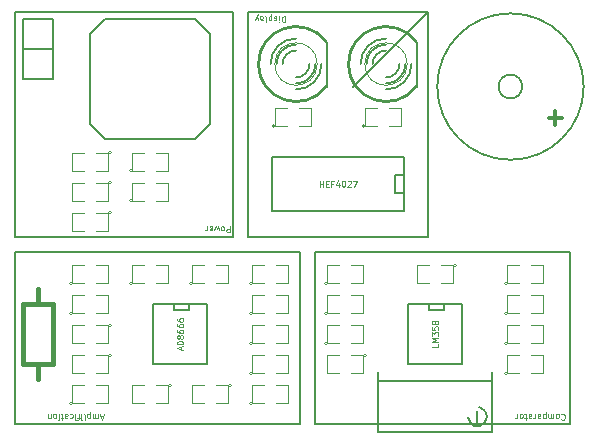
<source format=gto>
%FSLAX46Y46*%
G04 Gerber Fmt 4.6, Leading zero omitted, Abs format (unit mm)*
G04 Created by KiCad (PCBNEW (2014-09-22 BZR 5144)-product) date Sun 26 Oct 2014 02:54:13 PM CET*
%MOMM*%
G01*
G04 APERTURE LIST*
%ADD10C,0.100000*%
%ADD11C,0.200000*%
%ADD12C,0.150000*%
%ADD13C,0.099060*%
%ADD14C,0.381000*%
%ADD15C,0.203200*%
%ADD16C,0.076200*%
%ADD17C,0.254000*%
%ADD18C,0.152400*%
%ADD19C,0.127000*%
%ADD20C,0.304800*%
%ADD21C,0.101600*%
G04 APERTURE END LIST*
D10*
D11*
X175895000Y-54610000D02*
X175895000Y-73660000D01*
X191135000Y-54610000D02*
X184785000Y-60960000D01*
X191135000Y-73660000D02*
X191135000Y-54610000D01*
D10*
X174343095Y-72798810D02*
X174343095Y-73298810D01*
X174152619Y-73298810D01*
X174105000Y-73275000D01*
X174081191Y-73251190D01*
X174057381Y-73203571D01*
X174057381Y-73132143D01*
X174081191Y-73084524D01*
X174105000Y-73060714D01*
X174152619Y-73036905D01*
X174343095Y-73036905D01*
X173771667Y-72798810D02*
X173819286Y-72822619D01*
X173843095Y-72846429D01*
X173866905Y-72894048D01*
X173866905Y-73036905D01*
X173843095Y-73084524D01*
X173819286Y-73108333D01*
X173771667Y-73132143D01*
X173700238Y-73132143D01*
X173652619Y-73108333D01*
X173628810Y-73084524D01*
X173605000Y-73036905D01*
X173605000Y-72894048D01*
X173628810Y-72846429D01*
X173652619Y-72822619D01*
X173700238Y-72798810D01*
X173771667Y-72798810D01*
X173438333Y-73132143D02*
X173343095Y-72798810D01*
X173247857Y-73036905D01*
X173152619Y-72798810D01*
X173057381Y-73132143D01*
X172676428Y-72822619D02*
X172724047Y-72798810D01*
X172819285Y-72798810D01*
X172866904Y-72822619D01*
X172890714Y-72870238D01*
X172890714Y-73060714D01*
X172866904Y-73108333D01*
X172819285Y-73132143D01*
X172724047Y-73132143D01*
X172676428Y-73108333D01*
X172652619Y-73060714D01*
X172652619Y-73013095D01*
X172890714Y-72965476D01*
X172438333Y-72798810D02*
X172438333Y-73132143D01*
X172438333Y-73036905D02*
X172414524Y-73084524D01*
X172390714Y-73108333D01*
X172343095Y-73132143D01*
X172295476Y-73132143D01*
X179026190Y-55018810D02*
X179026190Y-55518810D01*
X178907143Y-55518810D01*
X178835714Y-55495000D01*
X178788095Y-55447381D01*
X178764286Y-55399762D01*
X178740476Y-55304524D01*
X178740476Y-55233095D01*
X178764286Y-55137857D01*
X178788095Y-55090238D01*
X178835714Y-55042619D01*
X178907143Y-55018810D01*
X179026190Y-55018810D01*
X178526190Y-55018810D02*
X178526190Y-55352143D01*
X178526190Y-55518810D02*
X178550000Y-55495000D01*
X178526190Y-55471190D01*
X178502381Y-55495000D01*
X178526190Y-55518810D01*
X178526190Y-55471190D01*
X178311905Y-55042619D02*
X178264286Y-55018810D01*
X178169048Y-55018810D01*
X178121429Y-55042619D01*
X178097619Y-55090238D01*
X178097619Y-55114048D01*
X178121429Y-55161667D01*
X178169048Y-55185476D01*
X178240476Y-55185476D01*
X178288095Y-55209286D01*
X178311905Y-55256905D01*
X178311905Y-55280714D01*
X178288095Y-55328333D01*
X178240476Y-55352143D01*
X178169048Y-55352143D01*
X178121429Y-55328333D01*
X177883333Y-55352143D02*
X177883333Y-54852143D01*
X177883333Y-55328333D02*
X177835714Y-55352143D01*
X177740476Y-55352143D01*
X177692857Y-55328333D01*
X177669048Y-55304524D01*
X177645238Y-55256905D01*
X177645238Y-55114048D01*
X177669048Y-55066429D01*
X177692857Y-55042619D01*
X177740476Y-55018810D01*
X177835714Y-55018810D01*
X177883333Y-55042619D01*
X177359524Y-55018810D02*
X177407143Y-55042619D01*
X177430952Y-55090238D01*
X177430952Y-55518810D01*
X176954762Y-55018810D02*
X176954762Y-55280714D01*
X176978571Y-55328333D01*
X177026190Y-55352143D01*
X177121428Y-55352143D01*
X177169047Y-55328333D01*
X176954762Y-55042619D02*
X177002381Y-55018810D01*
X177121428Y-55018810D01*
X177169047Y-55042619D01*
X177192857Y-55090238D01*
X177192857Y-55137857D01*
X177169047Y-55185476D01*
X177121428Y-55209286D01*
X177002381Y-55209286D01*
X176954762Y-55233095D01*
X176764285Y-55352143D02*
X176645238Y-55018810D01*
X176526190Y-55352143D02*
X176645238Y-55018810D01*
X176692857Y-54899762D01*
X176716666Y-54875952D01*
X176764285Y-54852143D01*
X202421905Y-88721429D02*
X202445715Y-88697619D01*
X202517143Y-88673810D01*
X202564762Y-88673810D01*
X202636191Y-88697619D01*
X202683810Y-88745238D01*
X202707619Y-88792857D01*
X202731429Y-88888095D01*
X202731429Y-88959524D01*
X202707619Y-89054762D01*
X202683810Y-89102381D01*
X202636191Y-89150000D01*
X202564762Y-89173810D01*
X202517143Y-89173810D01*
X202445715Y-89150000D01*
X202421905Y-89126190D01*
X202136191Y-88673810D02*
X202183810Y-88697619D01*
X202207619Y-88721429D01*
X202231429Y-88769048D01*
X202231429Y-88911905D01*
X202207619Y-88959524D01*
X202183810Y-88983333D01*
X202136191Y-89007143D01*
X202064762Y-89007143D01*
X202017143Y-88983333D01*
X201993334Y-88959524D01*
X201969524Y-88911905D01*
X201969524Y-88769048D01*
X201993334Y-88721429D01*
X202017143Y-88697619D01*
X202064762Y-88673810D01*
X202136191Y-88673810D01*
X201755238Y-88673810D02*
X201755238Y-89007143D01*
X201755238Y-88959524D02*
X201731429Y-88983333D01*
X201683810Y-89007143D01*
X201612381Y-89007143D01*
X201564762Y-88983333D01*
X201540953Y-88935714D01*
X201540953Y-88673810D01*
X201540953Y-88935714D02*
X201517143Y-88983333D01*
X201469524Y-89007143D01*
X201398096Y-89007143D01*
X201350476Y-88983333D01*
X201326667Y-88935714D01*
X201326667Y-88673810D01*
X201088571Y-89007143D02*
X201088571Y-88507143D01*
X201088571Y-88983333D02*
X201040952Y-89007143D01*
X200945714Y-89007143D01*
X200898095Y-88983333D01*
X200874286Y-88959524D01*
X200850476Y-88911905D01*
X200850476Y-88769048D01*
X200874286Y-88721429D01*
X200898095Y-88697619D01*
X200945714Y-88673810D01*
X201040952Y-88673810D01*
X201088571Y-88697619D01*
X200421905Y-88673810D02*
X200421905Y-88935714D01*
X200445714Y-88983333D01*
X200493333Y-89007143D01*
X200588571Y-89007143D01*
X200636190Y-88983333D01*
X200421905Y-88697619D02*
X200469524Y-88673810D01*
X200588571Y-88673810D01*
X200636190Y-88697619D01*
X200660000Y-88745238D01*
X200660000Y-88792857D01*
X200636190Y-88840476D01*
X200588571Y-88864286D01*
X200469524Y-88864286D01*
X200421905Y-88888095D01*
X200183809Y-88673810D02*
X200183809Y-89007143D01*
X200183809Y-88911905D02*
X200160000Y-88959524D01*
X200136190Y-88983333D01*
X200088571Y-89007143D01*
X200040952Y-89007143D01*
X199660000Y-88673810D02*
X199660000Y-88935714D01*
X199683809Y-88983333D01*
X199731428Y-89007143D01*
X199826666Y-89007143D01*
X199874285Y-88983333D01*
X199660000Y-88697619D02*
X199707619Y-88673810D01*
X199826666Y-88673810D01*
X199874285Y-88697619D01*
X199898095Y-88745238D01*
X199898095Y-88792857D01*
X199874285Y-88840476D01*
X199826666Y-88864286D01*
X199707619Y-88864286D01*
X199660000Y-88888095D01*
X199493333Y-89007143D02*
X199302857Y-89007143D01*
X199421904Y-89173810D02*
X199421904Y-88745238D01*
X199398095Y-88697619D01*
X199350476Y-88673810D01*
X199302857Y-88673810D01*
X199064762Y-88673810D02*
X199112381Y-88697619D01*
X199136190Y-88721429D01*
X199160000Y-88769048D01*
X199160000Y-88911905D01*
X199136190Y-88959524D01*
X199112381Y-88983333D01*
X199064762Y-89007143D01*
X198993333Y-89007143D01*
X198945714Y-88983333D01*
X198921905Y-88959524D01*
X198898095Y-88911905D01*
X198898095Y-88769048D01*
X198921905Y-88721429D01*
X198945714Y-88697619D01*
X198993333Y-88673810D01*
X199064762Y-88673810D01*
X198683809Y-88673810D02*
X198683809Y-89007143D01*
X198683809Y-88911905D02*
X198660000Y-88959524D01*
X198636190Y-88983333D01*
X198588571Y-89007143D01*
X198540952Y-89007143D01*
X163635237Y-88816667D02*
X163397142Y-88816667D01*
X163682856Y-88673810D02*
X163516189Y-89173810D01*
X163349523Y-88673810D01*
X163182856Y-88673810D02*
X163182856Y-89007143D01*
X163182856Y-88959524D02*
X163159047Y-88983333D01*
X163111428Y-89007143D01*
X163039999Y-89007143D01*
X162992380Y-88983333D01*
X162968571Y-88935714D01*
X162968571Y-88673810D01*
X162968571Y-88935714D02*
X162944761Y-88983333D01*
X162897142Y-89007143D01*
X162825714Y-89007143D01*
X162778094Y-88983333D01*
X162754285Y-88935714D01*
X162754285Y-88673810D01*
X162516189Y-89007143D02*
X162516189Y-88507143D01*
X162516189Y-88983333D02*
X162468570Y-89007143D01*
X162373332Y-89007143D01*
X162325713Y-88983333D01*
X162301904Y-88959524D01*
X162278094Y-88911905D01*
X162278094Y-88769048D01*
X162301904Y-88721429D01*
X162325713Y-88697619D01*
X162373332Y-88673810D01*
X162468570Y-88673810D01*
X162516189Y-88697619D01*
X161992380Y-88673810D02*
X162039999Y-88697619D01*
X162063808Y-88745238D01*
X162063808Y-89173810D01*
X161801903Y-88673810D02*
X161801903Y-89007143D01*
X161801903Y-89173810D02*
X161825713Y-89150000D01*
X161801903Y-89126190D01*
X161778094Y-89150000D01*
X161801903Y-89173810D01*
X161801903Y-89126190D01*
X161635237Y-89007143D02*
X161444761Y-89007143D01*
X161563808Y-88673810D02*
X161563808Y-89102381D01*
X161539999Y-89150000D01*
X161492380Y-89173810D01*
X161444761Y-89173810D01*
X161278094Y-88673810D02*
X161278094Y-89007143D01*
X161278094Y-89173810D02*
X161301904Y-89150000D01*
X161278094Y-89126190D01*
X161254285Y-89150000D01*
X161278094Y-89173810D01*
X161278094Y-89126190D01*
X160825714Y-88697619D02*
X160873333Y-88673810D01*
X160968571Y-88673810D01*
X161016190Y-88697619D01*
X161039999Y-88721429D01*
X161063809Y-88769048D01*
X161063809Y-88911905D01*
X161039999Y-88959524D01*
X161016190Y-88983333D01*
X160968571Y-89007143D01*
X160873333Y-89007143D01*
X160825714Y-88983333D01*
X160397143Y-88673810D02*
X160397143Y-88935714D01*
X160420952Y-88983333D01*
X160468571Y-89007143D01*
X160563809Y-89007143D01*
X160611428Y-88983333D01*
X160397143Y-88697619D02*
X160444762Y-88673810D01*
X160563809Y-88673810D01*
X160611428Y-88697619D01*
X160635238Y-88745238D01*
X160635238Y-88792857D01*
X160611428Y-88840476D01*
X160563809Y-88864286D01*
X160444762Y-88864286D01*
X160397143Y-88888095D01*
X160230476Y-89007143D02*
X160040000Y-89007143D01*
X160159047Y-89173810D02*
X160159047Y-88745238D01*
X160135238Y-88697619D01*
X160087619Y-88673810D01*
X160040000Y-88673810D01*
X159873333Y-88673810D02*
X159873333Y-89007143D01*
X159873333Y-89173810D02*
X159897143Y-89150000D01*
X159873333Y-89126190D01*
X159849524Y-89150000D01*
X159873333Y-89173810D01*
X159873333Y-89126190D01*
X159563810Y-88673810D02*
X159611429Y-88697619D01*
X159635238Y-88721429D01*
X159659048Y-88769048D01*
X159659048Y-88911905D01*
X159635238Y-88959524D01*
X159611429Y-88983333D01*
X159563810Y-89007143D01*
X159492381Y-89007143D01*
X159444762Y-88983333D01*
X159420953Y-88959524D01*
X159397143Y-88911905D01*
X159397143Y-88769048D01*
X159420953Y-88721429D01*
X159444762Y-88697619D01*
X159492381Y-88673810D01*
X159563810Y-88673810D01*
X159182857Y-89007143D02*
X159182857Y-88673810D01*
X159182857Y-88959524D02*
X159159048Y-88983333D01*
X159111429Y-89007143D01*
X159040000Y-89007143D01*
X158992381Y-88983333D01*
X158968572Y-88935714D01*
X158968572Y-88673810D01*
D11*
X203200000Y-74930000D02*
X181610000Y-74930000D01*
X203200000Y-89535000D02*
X203200000Y-74930000D01*
X181610000Y-89535000D02*
X203200000Y-89535000D01*
X181610000Y-74930000D02*
X181610000Y-89535000D01*
X180340000Y-89535000D02*
X180340000Y-74930000D01*
X156210000Y-89535000D02*
X180340000Y-89535000D01*
X156210000Y-74930000D02*
X156210000Y-89535000D01*
X180340000Y-74930000D02*
X156210000Y-74930000D01*
X191135000Y-54610000D02*
X175895000Y-54610000D01*
X175895000Y-73660000D02*
X191135000Y-73660000D01*
X174625000Y-54610000D02*
X156210000Y-54610000D01*
X174625000Y-73660000D02*
X174625000Y-54610000D01*
X156210000Y-73660000D02*
X174625000Y-73660000D01*
X156210000Y-54610000D02*
X156210000Y-73660000D01*
D12*
X156845000Y-57785000D02*
X159385000Y-57785000D01*
X156845000Y-60325000D02*
X159385000Y-60325000D01*
X159385000Y-60325000D02*
X159385000Y-57785000D01*
X159385000Y-57785000D02*
X159385000Y-55245000D01*
X159385000Y-55245000D02*
X156845000Y-55245000D01*
X156845000Y-55245000D02*
X156845000Y-60325000D01*
D13*
X164338000Y-71628000D02*
G75*
G03X164338000Y-71628000I-127000J0D01*
G74*
G01*
X163068000Y-71628000D02*
X164084000Y-71628000D01*
X164084000Y-71628000D02*
X164084000Y-73152000D01*
X164084000Y-73152000D02*
X163068000Y-73152000D01*
X162052000Y-73152000D02*
X161036000Y-73152000D01*
X161036000Y-73152000D02*
X161036000Y-71628000D01*
X161036000Y-71628000D02*
X162052000Y-71628000D01*
X164338000Y-69088000D02*
G75*
G03X164338000Y-69088000I-127000J0D01*
G74*
G01*
X163068000Y-69088000D02*
X164084000Y-69088000D01*
X164084000Y-69088000D02*
X164084000Y-70612000D01*
X164084000Y-70612000D02*
X163068000Y-70612000D01*
X162052000Y-70612000D02*
X161036000Y-70612000D01*
X161036000Y-70612000D02*
X161036000Y-69088000D01*
X161036000Y-69088000D02*
X162052000Y-69088000D01*
X197866000Y-77597000D02*
G75*
G03X197866000Y-77597000I-127000J0D01*
G74*
G01*
X198882000Y-77597000D02*
X197866000Y-77597000D01*
X197866000Y-77597000D02*
X197866000Y-76073000D01*
X197866000Y-76073000D02*
X198882000Y-76073000D01*
X199898000Y-76073000D02*
X200914000Y-76073000D01*
X200914000Y-76073000D02*
X200914000Y-77597000D01*
X200914000Y-77597000D02*
X199898000Y-77597000D01*
X166116000Y-70612000D02*
G75*
G03X166116000Y-70612000I-127000J0D01*
G74*
G01*
X167132000Y-70612000D02*
X166116000Y-70612000D01*
X166116000Y-70612000D02*
X166116000Y-69088000D01*
X166116000Y-69088000D02*
X167132000Y-69088000D01*
X168148000Y-69088000D02*
X169164000Y-69088000D01*
X169164000Y-69088000D02*
X169164000Y-70612000D01*
X169164000Y-70612000D02*
X168148000Y-70612000D01*
X166116000Y-68072000D02*
G75*
G03X166116000Y-68072000I-127000J0D01*
G74*
G01*
X167132000Y-68072000D02*
X166116000Y-68072000D01*
X166116000Y-68072000D02*
X166116000Y-66548000D01*
X166116000Y-66548000D02*
X167132000Y-66548000D01*
X168148000Y-66548000D02*
X169164000Y-66548000D01*
X169164000Y-66548000D02*
X169164000Y-68072000D01*
X169164000Y-68072000D02*
X168148000Y-68072000D01*
X197866000Y-82677000D02*
G75*
G03X197866000Y-82677000I-127000J0D01*
G74*
G01*
X198882000Y-82677000D02*
X197866000Y-82677000D01*
X197866000Y-82677000D02*
X197866000Y-81153000D01*
X197866000Y-81153000D02*
X198882000Y-81153000D01*
X199898000Y-81153000D02*
X200914000Y-81153000D01*
X200914000Y-81153000D02*
X200914000Y-82677000D01*
X200914000Y-82677000D02*
X199898000Y-82677000D01*
X164338000Y-83693000D02*
G75*
G03X164338000Y-83693000I-127000J0D01*
G74*
G01*
X163068000Y-83693000D02*
X164084000Y-83693000D01*
X164084000Y-83693000D02*
X164084000Y-85217000D01*
X164084000Y-85217000D02*
X163068000Y-85217000D01*
X162052000Y-85217000D02*
X161036000Y-85217000D01*
X161036000Y-85217000D02*
X161036000Y-83693000D01*
X161036000Y-83693000D02*
X162052000Y-83693000D01*
X164338000Y-81153000D02*
G75*
G03X164338000Y-81153000I-127000J0D01*
G74*
G01*
X163068000Y-81153000D02*
X164084000Y-81153000D01*
X164084000Y-81153000D02*
X164084000Y-82677000D01*
X164084000Y-82677000D02*
X163068000Y-82677000D01*
X162052000Y-82677000D02*
X161036000Y-82677000D01*
X161036000Y-82677000D02*
X161036000Y-81153000D01*
X161036000Y-81153000D02*
X162052000Y-81153000D01*
X161036000Y-80137000D02*
G75*
G03X161036000Y-80137000I-127000J0D01*
G74*
G01*
X162052000Y-80137000D02*
X161036000Y-80137000D01*
X161036000Y-80137000D02*
X161036000Y-78613000D01*
X161036000Y-78613000D02*
X162052000Y-78613000D01*
X163068000Y-78613000D02*
X164084000Y-78613000D01*
X164084000Y-78613000D02*
X164084000Y-80137000D01*
X164084000Y-80137000D02*
X163068000Y-80137000D01*
X161036000Y-77597000D02*
G75*
G03X161036000Y-77597000I-127000J0D01*
G74*
G01*
X162052000Y-77597000D02*
X161036000Y-77597000D01*
X161036000Y-77597000D02*
X161036000Y-76073000D01*
X161036000Y-76073000D02*
X162052000Y-76073000D01*
X163068000Y-76073000D02*
X164084000Y-76073000D01*
X164084000Y-76073000D02*
X164084000Y-77597000D01*
X164084000Y-77597000D02*
X163068000Y-77597000D01*
D14*
X159385000Y-79375000D02*
X159385000Y-84455000D01*
X159385000Y-84455000D02*
X156845000Y-84455000D01*
X156845000Y-84455000D02*
X156845000Y-79375000D01*
X156845000Y-79375000D02*
X159385000Y-79375000D01*
X158115000Y-79375000D02*
X158115000Y-78105000D01*
X158115000Y-84455000D02*
X158115000Y-85725000D01*
D13*
X171196000Y-77597000D02*
G75*
G03X171196000Y-77597000I-127000J0D01*
G74*
G01*
X172212000Y-77597000D02*
X171196000Y-77597000D01*
X171196000Y-77597000D02*
X171196000Y-76073000D01*
X171196000Y-76073000D02*
X172212000Y-76073000D01*
X173228000Y-76073000D02*
X174244000Y-76073000D01*
X174244000Y-76073000D02*
X174244000Y-77597000D01*
X174244000Y-77597000D02*
X173228000Y-77597000D01*
X176276000Y-87757000D02*
G75*
G03X176276000Y-87757000I-127000J0D01*
G74*
G01*
X177292000Y-87757000D02*
X176276000Y-87757000D01*
X176276000Y-87757000D02*
X176276000Y-86233000D01*
X176276000Y-86233000D02*
X177292000Y-86233000D01*
X178308000Y-86233000D02*
X179324000Y-86233000D01*
X179324000Y-86233000D02*
X179324000Y-87757000D01*
X179324000Y-87757000D02*
X178308000Y-87757000D01*
X176276000Y-80137000D02*
G75*
G03X176276000Y-80137000I-127000J0D01*
G74*
G01*
X177292000Y-80137000D02*
X176276000Y-80137000D01*
X176276000Y-80137000D02*
X176276000Y-78613000D01*
X176276000Y-78613000D02*
X177292000Y-78613000D01*
X178308000Y-78613000D02*
X179324000Y-78613000D01*
X179324000Y-78613000D02*
X179324000Y-80137000D01*
X179324000Y-80137000D02*
X178308000Y-80137000D01*
D15*
X182549800Y-60960000D02*
X182549800Y-57150000D01*
D16*
X181755051Y-59055000D02*
G75*
G03X181755051Y-59055000I-1796051J0D01*
G74*
G01*
D17*
X182496997Y-57147332D02*
G75*
G03X182499000Y-60960000I-2537997J-1907668D01*
G74*
G01*
D18*
X179959000Y-57912000D02*
G75*
G03X178816000Y-59055000I0J-1143000D01*
G74*
G01*
X179959000Y-60198000D02*
G75*
G03X181102000Y-59055000I0J1143000D01*
G74*
G01*
X179959000Y-57404000D02*
G75*
G03X178308000Y-59055000I0J-1651000D01*
G74*
G01*
X179959000Y-60706000D02*
G75*
G03X181610000Y-59055000I0J1651000D01*
G74*
G01*
X179959000Y-56896000D02*
G75*
G03X177800000Y-59055000I0J-2159000D01*
G74*
G01*
X179959000Y-61214000D02*
G75*
G03X182118000Y-59055000I0J2159000D01*
G74*
G01*
D15*
X190169800Y-60960000D02*
X190169800Y-57150000D01*
D16*
X189375051Y-59055000D02*
G75*
G03X189375051Y-59055000I-1796051J0D01*
G74*
G01*
D17*
X190116997Y-57147332D02*
G75*
G03X190119000Y-60960000I-2537997J-1907668D01*
G74*
G01*
D18*
X187579000Y-57912000D02*
G75*
G03X186436000Y-59055000I0J-1143000D01*
G74*
G01*
X187579000Y-60198000D02*
G75*
G03X188722000Y-59055000I0J1143000D01*
G74*
G01*
X187579000Y-57404000D02*
G75*
G03X185928000Y-59055000I0J-1651000D01*
G74*
G01*
X187579000Y-60706000D02*
G75*
G03X189230000Y-59055000I0J1651000D01*
G74*
G01*
X187579000Y-56896000D02*
G75*
G03X185420000Y-59055000I0J-2159000D01*
G74*
G01*
X187579000Y-61214000D02*
G75*
G03X189738000Y-59055000I0J2159000D01*
G74*
G01*
D15*
X163830000Y-65405000D02*
X162560000Y-64135000D01*
X162560000Y-64135000D02*
X162560000Y-56515000D01*
X162560000Y-56515000D02*
X163830000Y-55245000D01*
X163830000Y-55245000D02*
X171450000Y-55245000D01*
X171450000Y-55245000D02*
X172720000Y-56515000D01*
X172720000Y-56515000D02*
X172720000Y-64135000D01*
X172720000Y-64135000D02*
X171450000Y-65405000D01*
X171450000Y-65405000D02*
X167640000Y-65405000D01*
X167640000Y-65405000D02*
X163830000Y-65405000D01*
D13*
X185928000Y-83693000D02*
G75*
G03X185928000Y-83693000I-127000J0D01*
G74*
G01*
X184658000Y-83693000D02*
X185674000Y-83693000D01*
X185674000Y-83693000D02*
X185674000Y-85217000D01*
X185674000Y-85217000D02*
X184658000Y-85217000D01*
X183642000Y-85217000D02*
X182626000Y-85217000D01*
X182626000Y-85217000D02*
X182626000Y-83693000D01*
X182626000Y-83693000D02*
X183642000Y-83693000D01*
X182626000Y-82677000D02*
G75*
G03X182626000Y-82677000I-127000J0D01*
G74*
G01*
X183642000Y-82677000D02*
X182626000Y-82677000D01*
X182626000Y-82677000D02*
X182626000Y-81153000D01*
X182626000Y-81153000D02*
X183642000Y-81153000D01*
X184658000Y-81153000D02*
X185674000Y-81153000D01*
X185674000Y-81153000D02*
X185674000Y-82677000D01*
X185674000Y-82677000D02*
X184658000Y-82677000D01*
X164338000Y-66548000D02*
G75*
G03X164338000Y-66548000I-127000J0D01*
G74*
G01*
X163068000Y-66548000D02*
X164084000Y-66548000D01*
X164084000Y-66548000D02*
X164084000Y-68072000D01*
X164084000Y-68072000D02*
X163068000Y-68072000D01*
X162052000Y-68072000D02*
X161036000Y-68072000D01*
X161036000Y-68072000D02*
X161036000Y-66548000D01*
X161036000Y-66548000D02*
X162052000Y-66548000D01*
X182626000Y-80137000D02*
G75*
G03X182626000Y-80137000I-127000J0D01*
G74*
G01*
X183642000Y-80137000D02*
X182626000Y-80137000D01*
X182626000Y-80137000D02*
X182626000Y-78613000D01*
X182626000Y-78613000D02*
X183642000Y-78613000D01*
X184658000Y-78613000D02*
X185674000Y-78613000D01*
X185674000Y-78613000D02*
X185674000Y-80137000D01*
X185674000Y-80137000D02*
X184658000Y-80137000D01*
X182626000Y-77597000D02*
G75*
G03X182626000Y-77597000I-127000J0D01*
G74*
G01*
X183642000Y-77597000D02*
X182626000Y-77597000D01*
X182626000Y-77597000D02*
X182626000Y-76073000D01*
X182626000Y-76073000D02*
X183642000Y-76073000D01*
X184658000Y-76073000D02*
X185674000Y-76073000D01*
X185674000Y-76073000D02*
X185674000Y-77597000D01*
X185674000Y-77597000D02*
X184658000Y-77597000D01*
X197866000Y-80137000D02*
G75*
G03X197866000Y-80137000I-127000J0D01*
G74*
G01*
X198882000Y-80137000D02*
X197866000Y-80137000D01*
X197866000Y-80137000D02*
X197866000Y-78613000D01*
X197866000Y-78613000D02*
X198882000Y-78613000D01*
X199898000Y-78613000D02*
X200914000Y-78613000D01*
X200914000Y-78613000D02*
X200914000Y-80137000D01*
X200914000Y-80137000D02*
X199898000Y-80137000D01*
X197866000Y-85217000D02*
G75*
G03X197866000Y-85217000I-127000J0D01*
G74*
G01*
X198882000Y-85217000D02*
X197866000Y-85217000D01*
X197866000Y-85217000D02*
X197866000Y-83693000D01*
X197866000Y-83693000D02*
X198882000Y-83693000D01*
X199898000Y-83693000D02*
X200914000Y-83693000D01*
X200914000Y-83693000D02*
X200914000Y-85217000D01*
X200914000Y-85217000D02*
X199898000Y-85217000D01*
X161036000Y-87757000D02*
G75*
G03X161036000Y-87757000I-127000J0D01*
G74*
G01*
X162052000Y-87757000D02*
X161036000Y-87757000D01*
X161036000Y-87757000D02*
X161036000Y-86233000D01*
X161036000Y-86233000D02*
X162052000Y-86233000D01*
X163068000Y-86233000D02*
X164084000Y-86233000D01*
X164084000Y-86233000D02*
X164084000Y-87757000D01*
X164084000Y-87757000D02*
X163068000Y-87757000D01*
X169418000Y-86233000D02*
G75*
G03X169418000Y-86233000I-127000J0D01*
G74*
G01*
X168148000Y-86233000D02*
X169164000Y-86233000D01*
X169164000Y-86233000D02*
X169164000Y-87757000D01*
X169164000Y-87757000D02*
X168148000Y-87757000D01*
X167132000Y-87757000D02*
X166116000Y-87757000D01*
X166116000Y-87757000D02*
X166116000Y-86233000D01*
X166116000Y-86233000D02*
X167132000Y-86233000D01*
X166116000Y-77597000D02*
G75*
G03X166116000Y-77597000I-127000J0D01*
G74*
G01*
X167132000Y-77597000D02*
X166116000Y-77597000D01*
X166116000Y-77597000D02*
X166116000Y-76073000D01*
X166116000Y-76073000D02*
X167132000Y-76073000D01*
X168148000Y-76073000D02*
X169164000Y-76073000D01*
X169164000Y-76073000D02*
X169164000Y-77597000D01*
X169164000Y-77597000D02*
X168148000Y-77597000D01*
X193548000Y-76073000D02*
G75*
G03X193548000Y-76073000I-127000J0D01*
G74*
G01*
X192278000Y-76073000D02*
X193294000Y-76073000D01*
X193294000Y-76073000D02*
X193294000Y-77597000D01*
X193294000Y-77597000D02*
X192278000Y-77597000D01*
X191262000Y-77597000D02*
X190246000Y-77597000D01*
X190246000Y-77597000D02*
X190246000Y-76073000D01*
X190246000Y-76073000D02*
X191262000Y-76073000D01*
X176276000Y-77597000D02*
G75*
G03X176276000Y-77597000I-127000J0D01*
G74*
G01*
X177292000Y-77597000D02*
X176276000Y-77597000D01*
X176276000Y-77597000D02*
X176276000Y-76073000D01*
X176276000Y-76073000D02*
X177292000Y-76073000D01*
X178308000Y-76073000D02*
X179324000Y-76073000D01*
X179324000Y-76073000D02*
X179324000Y-77597000D01*
X179324000Y-77597000D02*
X178308000Y-77597000D01*
X176276000Y-85217000D02*
G75*
G03X176276000Y-85217000I-127000J0D01*
G74*
G01*
X177292000Y-85217000D02*
X176276000Y-85217000D01*
X176276000Y-85217000D02*
X176276000Y-83693000D01*
X176276000Y-83693000D02*
X177292000Y-83693000D01*
X178308000Y-83693000D02*
X179324000Y-83693000D01*
X179324000Y-83693000D02*
X179324000Y-85217000D01*
X179324000Y-85217000D02*
X178308000Y-85217000D01*
X174498000Y-86233000D02*
G75*
G03X174498000Y-86233000I-127000J0D01*
G74*
G01*
X173228000Y-86233000D02*
X174244000Y-86233000D01*
X174244000Y-86233000D02*
X174244000Y-87757000D01*
X174244000Y-87757000D02*
X173228000Y-87757000D01*
X172212000Y-87757000D02*
X171196000Y-87757000D01*
X171196000Y-87757000D02*
X171196000Y-86233000D01*
X171196000Y-86233000D02*
X172212000Y-86233000D01*
X178181000Y-64262000D02*
G75*
G03X178181000Y-64262000I-127000J0D01*
G74*
G01*
X179197000Y-64262000D02*
X178181000Y-64262000D01*
X178181000Y-64262000D02*
X178181000Y-62738000D01*
X178181000Y-62738000D02*
X179197000Y-62738000D01*
X180213000Y-62738000D02*
X181229000Y-62738000D01*
X181229000Y-62738000D02*
X181229000Y-64262000D01*
X181229000Y-64262000D02*
X180213000Y-64262000D01*
X185801000Y-64262000D02*
G75*
G03X185801000Y-64262000I-127000J0D01*
G74*
G01*
X186817000Y-64262000D02*
X185801000Y-64262000D01*
X185801000Y-64262000D02*
X185801000Y-62738000D01*
X185801000Y-62738000D02*
X186817000Y-62738000D01*
X187833000Y-62738000D02*
X188849000Y-62738000D01*
X188849000Y-62738000D02*
X188849000Y-64262000D01*
X188849000Y-64262000D02*
X187833000Y-64262000D01*
X176276000Y-82677000D02*
G75*
G03X176276000Y-82677000I-127000J0D01*
G74*
G01*
X177292000Y-82677000D02*
X176276000Y-82677000D01*
X176276000Y-82677000D02*
X176276000Y-81153000D01*
X176276000Y-81153000D02*
X177292000Y-81153000D01*
X178308000Y-81153000D02*
X179324000Y-81153000D01*
X179324000Y-81153000D02*
X179324000Y-82677000D01*
X179324000Y-82677000D02*
X178308000Y-82677000D01*
D12*
X195326000Y-89662000D02*
X195326000Y-88392000D01*
X194538600Y-88912700D02*
X194576700Y-89166700D01*
X194576700Y-89166700D02*
X194754500Y-89446100D01*
X194754500Y-89446100D02*
X195072000Y-89662000D01*
X195072000Y-89662000D02*
X195516500Y-89674700D01*
X195516500Y-89674700D02*
X195872100Y-89471500D01*
X195872100Y-89471500D02*
X196049900Y-89179400D01*
X196049900Y-89179400D02*
X196100700Y-88861900D01*
X196100700Y-88861900D02*
X195999100Y-88455500D01*
X195999100Y-88455500D02*
X195656200Y-88201500D01*
X195656200Y-88201500D02*
X195478400Y-88112600D01*
X186944000Y-85852000D02*
X196596000Y-85852000D01*
X196596000Y-88900000D02*
X196596000Y-90170000D01*
X196596000Y-90170000D02*
X186944000Y-90170000D01*
X186944000Y-90170000D02*
X186944000Y-85090000D01*
X196596000Y-85090000D02*
X196596000Y-87630000D01*
X196596000Y-87630000D02*
X196596000Y-88900000D01*
X199120760Y-60960000D02*
G75*
G03X199120760Y-60960000I-1000760J0D01*
G74*
G01*
X204320140Y-60960000D02*
G75*
G03X204320140Y-60960000I-6200140J0D01*
G74*
G01*
D19*
X194056000Y-79375000D02*
X194056000Y-84455000D01*
X194056000Y-84455000D02*
X189484000Y-84455000D01*
X189484000Y-84455000D02*
X189484000Y-79375000D01*
X189484000Y-79375000D02*
X194056000Y-79375000D01*
X192532000Y-79375000D02*
X192532000Y-79883000D01*
X192532000Y-79883000D02*
X191262000Y-79883000D01*
X191262000Y-79883000D02*
X191262000Y-79375000D01*
X172466000Y-79375000D02*
X172466000Y-84455000D01*
X172466000Y-84455000D02*
X167894000Y-84455000D01*
X167894000Y-84455000D02*
X167894000Y-79375000D01*
X167894000Y-79375000D02*
X172466000Y-79375000D01*
X170942000Y-79375000D02*
X170942000Y-79883000D01*
X170942000Y-79883000D02*
X169672000Y-79883000D01*
X169672000Y-79883000D02*
X169672000Y-79375000D01*
D15*
X189103000Y-69977000D02*
X188341000Y-69977000D01*
X188341000Y-69977000D02*
X188341000Y-68453000D01*
X188341000Y-68453000D02*
X189103000Y-68453000D01*
X177927000Y-71501000D02*
X177927000Y-66929000D01*
X177927000Y-66929000D02*
X189103000Y-66929000D01*
X189103000Y-66929000D02*
X189103000Y-71501000D01*
X189103000Y-71501000D02*
X177927000Y-71501000D01*
D17*
D20*
X201349429Y-63608857D02*
X202510572Y-63608857D01*
X201930001Y-64189429D02*
X201930001Y-63028286D01*
D21*
X191999810Y-82773762D02*
X191999810Y-83015667D01*
X191491810Y-83015667D01*
X191999810Y-82604429D02*
X191491810Y-82604429D01*
X191854667Y-82435095D01*
X191491810Y-82265762D01*
X191999810Y-82265762D01*
X191491810Y-82072239D02*
X191491810Y-81757762D01*
X191685333Y-81927096D01*
X191685333Y-81854524D01*
X191709524Y-81806143D01*
X191733714Y-81781953D01*
X191782095Y-81757762D01*
X191903048Y-81757762D01*
X191951429Y-81781953D01*
X191975619Y-81806143D01*
X191999810Y-81854524D01*
X191999810Y-81999667D01*
X191975619Y-82048048D01*
X191951429Y-82072239D01*
X191491810Y-81298143D02*
X191491810Y-81540048D01*
X191733714Y-81564238D01*
X191709524Y-81540048D01*
X191685333Y-81491667D01*
X191685333Y-81370714D01*
X191709524Y-81322333D01*
X191733714Y-81298143D01*
X191782095Y-81273952D01*
X191903048Y-81273952D01*
X191951429Y-81298143D01*
X191975619Y-81322333D01*
X191999810Y-81370714D01*
X191999810Y-81491667D01*
X191975619Y-81540048D01*
X191951429Y-81564238D01*
X191709524Y-80983666D02*
X191685333Y-81032047D01*
X191661143Y-81056238D01*
X191612762Y-81080428D01*
X191588571Y-81080428D01*
X191540190Y-81056238D01*
X191516000Y-81032047D01*
X191491810Y-80983666D01*
X191491810Y-80886904D01*
X191516000Y-80838523D01*
X191540190Y-80814333D01*
X191588571Y-80790142D01*
X191612762Y-80790142D01*
X191661143Y-80814333D01*
X191685333Y-80838523D01*
X191709524Y-80886904D01*
X191709524Y-80983666D01*
X191733714Y-81032047D01*
X191757905Y-81056238D01*
X191806286Y-81080428D01*
X191903048Y-81080428D01*
X191951429Y-81056238D01*
X191975619Y-81032047D01*
X191999810Y-80983666D01*
X191999810Y-80886904D01*
X191975619Y-80838523D01*
X191951429Y-80814333D01*
X191903048Y-80790142D01*
X191806286Y-80790142D01*
X191757905Y-80814333D01*
X191733714Y-80838523D01*
X191709524Y-80886904D01*
X170264667Y-83257572D02*
X170264667Y-83015667D01*
X170409810Y-83305953D02*
X169901810Y-83136620D01*
X170409810Y-82967286D01*
X170409810Y-82797953D02*
X169901810Y-82797953D01*
X169901810Y-82677000D01*
X169926000Y-82604429D01*
X169974381Y-82556048D01*
X170022762Y-82531857D01*
X170119524Y-82507667D01*
X170192095Y-82507667D01*
X170288857Y-82531857D01*
X170337238Y-82556048D01*
X170385619Y-82604429D01*
X170409810Y-82677000D01*
X170409810Y-82797953D01*
X170119524Y-82217381D02*
X170095333Y-82265762D01*
X170071143Y-82289953D01*
X170022762Y-82314143D01*
X169998571Y-82314143D01*
X169950190Y-82289953D01*
X169926000Y-82265762D01*
X169901810Y-82217381D01*
X169901810Y-82120619D01*
X169926000Y-82072238D01*
X169950190Y-82048048D01*
X169998571Y-82023857D01*
X170022762Y-82023857D01*
X170071143Y-82048048D01*
X170095333Y-82072238D01*
X170119524Y-82120619D01*
X170119524Y-82217381D01*
X170143714Y-82265762D01*
X170167905Y-82289953D01*
X170216286Y-82314143D01*
X170313048Y-82314143D01*
X170361429Y-82289953D01*
X170385619Y-82265762D01*
X170409810Y-82217381D01*
X170409810Y-82120619D01*
X170385619Y-82072238D01*
X170361429Y-82048048D01*
X170313048Y-82023857D01*
X170216286Y-82023857D01*
X170167905Y-82048048D01*
X170143714Y-82072238D01*
X170119524Y-82120619D01*
X169901810Y-81588428D02*
X169901810Y-81685190D01*
X169926000Y-81733571D01*
X169950190Y-81757762D01*
X170022762Y-81806143D01*
X170119524Y-81830333D01*
X170313048Y-81830333D01*
X170361429Y-81806143D01*
X170385619Y-81781952D01*
X170409810Y-81733571D01*
X170409810Y-81636809D01*
X170385619Y-81588428D01*
X170361429Y-81564238D01*
X170313048Y-81540047D01*
X170192095Y-81540047D01*
X170143714Y-81564238D01*
X170119524Y-81588428D01*
X170095333Y-81636809D01*
X170095333Y-81733571D01*
X170119524Y-81781952D01*
X170143714Y-81806143D01*
X170192095Y-81830333D01*
X169901810Y-81104618D02*
X169901810Y-81201380D01*
X169926000Y-81249761D01*
X169950190Y-81273952D01*
X170022762Y-81322333D01*
X170119524Y-81346523D01*
X170313048Y-81346523D01*
X170361429Y-81322333D01*
X170385619Y-81298142D01*
X170409810Y-81249761D01*
X170409810Y-81152999D01*
X170385619Y-81104618D01*
X170361429Y-81080428D01*
X170313048Y-81056237D01*
X170192095Y-81056237D01*
X170143714Y-81080428D01*
X170119524Y-81104618D01*
X170095333Y-81152999D01*
X170095333Y-81249761D01*
X170119524Y-81298142D01*
X170143714Y-81322333D01*
X170192095Y-81346523D01*
X169901810Y-80620808D02*
X169901810Y-80717570D01*
X169926000Y-80765951D01*
X169950190Y-80790142D01*
X170022762Y-80838523D01*
X170119524Y-80862713D01*
X170313048Y-80862713D01*
X170361429Y-80838523D01*
X170385619Y-80814332D01*
X170409810Y-80765951D01*
X170409810Y-80669189D01*
X170385619Y-80620808D01*
X170361429Y-80596618D01*
X170313048Y-80572427D01*
X170192095Y-80572427D01*
X170143714Y-80596618D01*
X170119524Y-80620808D01*
X170095333Y-80669189D01*
X170095333Y-80765951D01*
X170119524Y-80814332D01*
X170143714Y-80838523D01*
X170192095Y-80862713D01*
X181954713Y-69444810D02*
X181954713Y-68936810D01*
X181954713Y-69178714D02*
X182244999Y-69178714D01*
X182244999Y-69444810D02*
X182244999Y-68936810D01*
X182486903Y-69178714D02*
X182656237Y-69178714D01*
X182728808Y-69444810D02*
X182486903Y-69444810D01*
X182486903Y-68936810D01*
X182728808Y-68936810D01*
X183115856Y-69178714D02*
X182946522Y-69178714D01*
X182946522Y-69444810D02*
X182946522Y-68936810D01*
X183188427Y-68936810D01*
X183599666Y-69106143D02*
X183599666Y-69444810D01*
X183478713Y-68912619D02*
X183357761Y-69275476D01*
X183672237Y-69275476D01*
X183962523Y-68936810D02*
X184010904Y-68936810D01*
X184059285Y-68961000D01*
X184083476Y-68985190D01*
X184107666Y-69033571D01*
X184131857Y-69130333D01*
X184131857Y-69251286D01*
X184107666Y-69348048D01*
X184083476Y-69396429D01*
X184059285Y-69420619D01*
X184010904Y-69444810D01*
X183962523Y-69444810D01*
X183914142Y-69420619D01*
X183889952Y-69396429D01*
X183865761Y-69348048D01*
X183841571Y-69251286D01*
X183841571Y-69130333D01*
X183865761Y-69033571D01*
X183889952Y-68985190D01*
X183914142Y-68961000D01*
X183962523Y-68936810D01*
X184325381Y-68985190D02*
X184349571Y-68961000D01*
X184397952Y-68936810D01*
X184518905Y-68936810D01*
X184567286Y-68961000D01*
X184591476Y-68985190D01*
X184615667Y-69033571D01*
X184615667Y-69081952D01*
X184591476Y-69154524D01*
X184301190Y-69444810D01*
X184615667Y-69444810D01*
X184785000Y-68936810D02*
X185123667Y-68936810D01*
X184905953Y-69444810D01*
M02*

</source>
